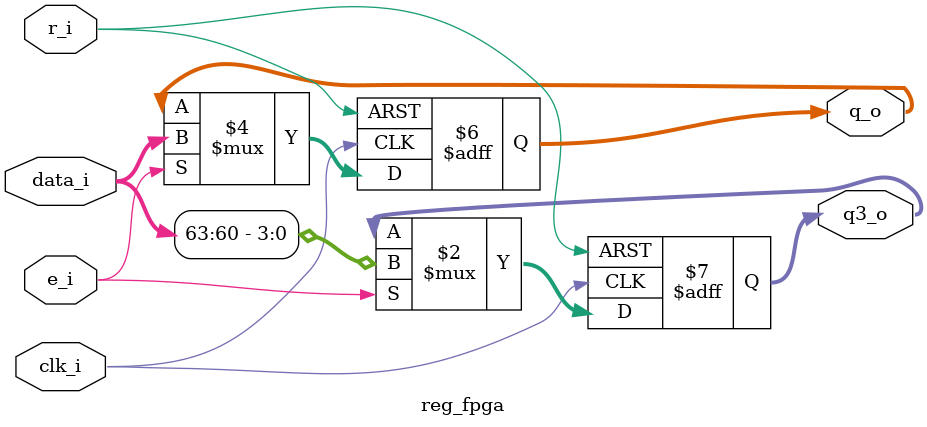
<source format=v>
module reg_fpga
(
	clk_i,
	r_i,
	e_i,
	data_i,
	q_o,
	q3_o
);

localparam N = 64;
localparam N1 = 4;

input wire clk_i,r_i,e_i;
input wire [N-1:0]data_i;
output reg [N-1:0]q_o;
output reg [N1-1:0]q3_o;

always@(posedge clk_i or posedge r_i) begin 
	if(r_i) begin
		q_o <= 64'b0;
		q3_o <= 4'b0;
	end 
	else if (e_i) begin
		q_o <= data_i;
		q3_o <= data_i[63:60];
	end
end 

endmodule

</source>
